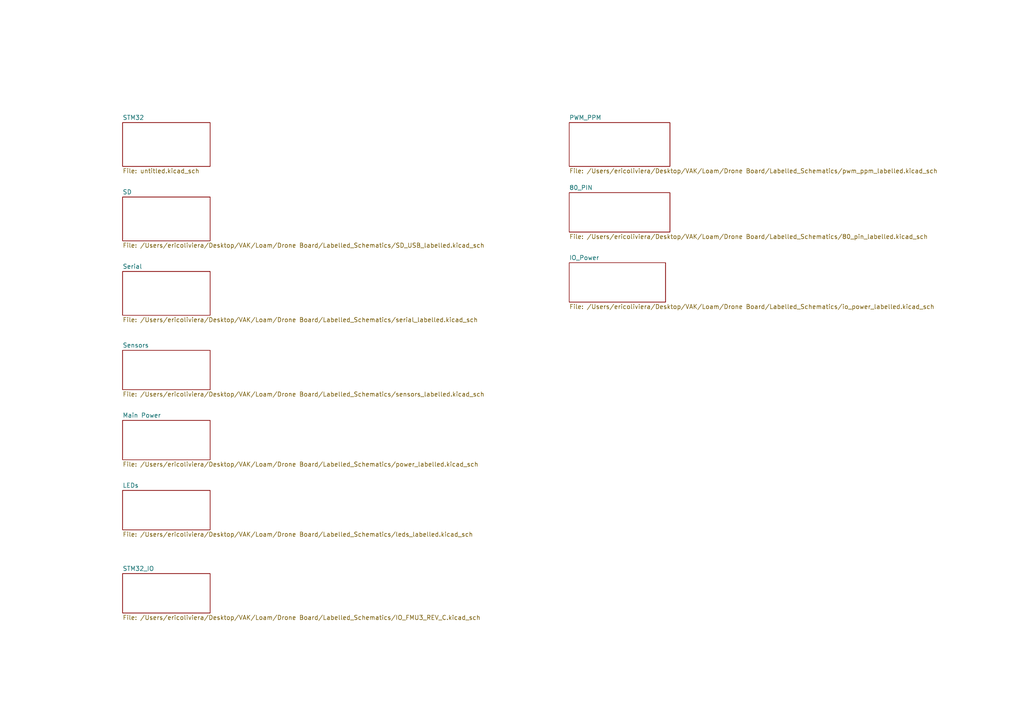
<source format=kicad_sch>
(kicad_sch
	(version 20250114)
	(generator "eeschema")
	(generator_version "9.0")
	(uuid "0560f2c5-3630-4def-8cec-cc4e8cbf7b9e")
	(paper "A4")
	(lib_symbols)
	(sheet
		(at 35.56 35.56)
		(size 25.4 12.7)
		(exclude_from_sim no)
		(in_bom yes)
		(on_board yes)
		(dnp no)
		(fields_autoplaced yes)
		(stroke
			(width 0.1524)
			(type solid)
		)
		(fill
			(color 0 0 0 0.0000)
		)
		(uuid "02d9e899-a94f-4c6c-a78f-147d692afed1")
		(property "Sheetname" "STM32"
			(at 35.56 34.8484 0)
			(effects
				(font
					(size 1.27 1.27)
				)
				(justify left bottom)
			)
		)
		(property "Sheetfile" "untitled.kicad_sch"
			(at 35.56 48.8446 0)
			(effects
				(font
					(size 1.27 1.27)
				)
				(justify left top)
			)
		)
		(instances
			(project "drone_1"
				(path "/0560f2c5-3630-4def-8cec-cc4e8cbf7b9e"
					(page "2")
				)
			)
		)
	)
	(sheet
		(at 165.1 35.56)
		(size 29.21 12.7)
		(exclude_from_sim no)
		(in_bom yes)
		(on_board yes)
		(dnp no)
		(fields_autoplaced yes)
		(stroke
			(width 0.1524)
			(type solid)
		)
		(fill
			(color 0 0 0 0.0000)
		)
		(uuid "06272b5e-a47b-49c1-a894-dddfc285a124")
		(property "Sheetname" "PWM_PPM"
			(at 165.1 34.8484 0)
			(effects
				(font
					(size 1.27 1.27)
				)
				(justify left bottom)
			)
		)
		(property "Sheetfile" "/Users/ericoliviera/Desktop/VAK/Loam/Drone Board/Labelled_Schematics/pwm_ppm_labelled.kicad_sch"
			(at 165.1 48.8446 0)
			(effects
				(font
					(size 1.27 1.27)
				)
				(justify left top)
			)
		)
		(instances
			(project "drone_1"
				(path "/0560f2c5-3630-4def-8cec-cc4e8cbf7b9e"
					(page "9")
				)
			)
		)
	)
	(sheet
		(at 35.56 121.92)
		(size 25.4 11.43)
		(exclude_from_sim no)
		(in_bom yes)
		(on_board yes)
		(dnp no)
		(fields_autoplaced yes)
		(stroke
			(width 0.1524)
			(type solid)
		)
		(fill
			(color 0 0 0 0.0000)
		)
		(uuid "0fec55c5-b80f-4acb-9535-97621e647a45")
		(property "Sheetname" "Main Power"
			(at 35.56 121.2084 0)
			(effects
				(font
					(size 1.27 1.27)
				)
				(justify left bottom)
			)
		)
		(property "Sheetfile" "/Users/ericoliviera/Desktop/VAK/Loam/Drone Board/Labelled_Schematics/power_labelled.kicad_sch"
			(at 35.56 133.9346 0)
			(effects
				(font
					(size 1.27 1.27)
				)
				(justify left top)
			)
		)
		(instances
			(project "drone_1"
				(path "/0560f2c5-3630-4def-8cec-cc4e8cbf7b9e"
					(page "6")
				)
			)
		)
	)
	(sheet
		(at 35.56 142.24)
		(size 25.4 11.43)
		(exclude_from_sim no)
		(in_bom yes)
		(on_board yes)
		(dnp no)
		(fields_autoplaced yes)
		(stroke
			(width 0.1524)
			(type solid)
		)
		(fill
			(color 0 0 0 0.0000)
		)
		(uuid "1657650c-ed28-4fda-8ece-5b314619ab94")
		(property "Sheetname" "LEDs"
			(at 35.56 141.5284 0)
			(effects
				(font
					(size 1.27 1.27)
				)
				(justify left bottom)
			)
		)
		(property "Sheetfile" "/Users/ericoliviera/Desktop/VAK/Loam/Drone Board/Labelled_Schematics/leds_labelled.kicad_sch"
			(at 35.56 154.2546 0)
			(effects
				(font
					(size 1.27 1.27)
				)
				(justify left top)
			)
		)
		(instances
			(project "drone_1"
				(path "/0560f2c5-3630-4def-8cec-cc4e8cbf7b9e"
					(page "7")
				)
			)
		)
	)
	(sheet
		(at 35.56 101.6)
		(size 25.4 11.43)
		(exclude_from_sim no)
		(in_bom yes)
		(on_board yes)
		(dnp no)
		(fields_autoplaced yes)
		(stroke
			(width 0.1524)
			(type solid)
		)
		(fill
			(color 0 0 0 0.0000)
		)
		(uuid "1957dbc3-57e8-4b18-be9b-cb231c25d2f4")
		(property "Sheetname" "Sensors"
			(at 35.56 100.8884 0)
			(effects
				(font
					(size 1.27 1.27)
				)
				(justify left bottom)
			)
		)
		(property "Sheetfile" "/Users/ericoliviera/Desktop/VAK/Loam/Drone Board/Labelled_Schematics/sensors_labelled.kicad_sch"
			(at 35.56 113.6146 0)
			(effects
				(font
					(size 1.27 1.27)
				)
				(justify left top)
			)
		)
		(instances
			(project "drone_1"
				(path "/0560f2c5-3630-4def-8cec-cc4e8cbf7b9e"
					(page "5")
				)
			)
		)
	)
	(sheet
		(at 35.56 57.15)
		(size 25.4 12.7)
		(exclude_from_sim no)
		(in_bom yes)
		(on_board yes)
		(dnp no)
		(fields_autoplaced yes)
		(stroke
			(width 0.1524)
			(type solid)
		)
		(fill
			(color 0 0 0 0.0000)
		)
		(uuid "32c83f4b-57a5-462e-90e6-8e3a523f60f3")
		(property "Sheetname" "SD"
			(at 35.56 56.4384 0)
			(effects
				(font
					(size 1.27 1.27)
				)
				(justify left bottom)
			)
		)
		(property "Sheetfile" "/Users/ericoliviera/Desktop/VAK/Loam/Drone Board/Labelled_Schematics/SD_USB_labelled.kicad_sch"
			(at 35.56 70.4346 0)
			(effects
				(font
					(size 1.27 1.27)
				)
				(justify left top)
			)
		)
		(property "`" ""
			(at 35.56 57.15 0)
			(effects
				(font
					(size 1.27 1.27)
				)
			)
		)
		(instances
			(project "drone_1"
				(path "/0560f2c5-3630-4def-8cec-cc4e8cbf7b9e"
					(page "3")
				)
			)
		)
	)
	(sheet
		(at 35.56 166.37)
		(size 25.4 11.43)
		(exclude_from_sim no)
		(in_bom yes)
		(on_board yes)
		(dnp no)
		(fields_autoplaced yes)
		(stroke
			(width 0.1524)
			(type solid)
		)
		(fill
			(color 0 0 0 0.0000)
		)
		(uuid "4bdbcbb5-7ae8-453d-b862-6b49905da3a0")
		(property "Sheetname" "STM32_IO"
			(at 35.56 165.6584 0)
			(effects
				(font
					(size 1.27 1.27)
				)
				(justify left bottom)
			)
		)
		(property "Sheetfile" "/Users/ericoliviera/Desktop/VAK/Loam/Drone Board/Labelled_Schematics/IO_FMU3_REV_C.kicad_sch"
			(at 35.56 178.3846 0)
			(effects
				(font
					(size 1.27 1.27)
				)
				(justify left top)
			)
		)
		(instances
			(project "drone_1"
				(path "/0560f2c5-3630-4def-8cec-cc4e8cbf7b9e"
					(page "8")
				)
			)
		)
	)
	(sheet
		(at 35.56 78.74)
		(size 25.4 12.7)
		(exclude_from_sim no)
		(in_bom yes)
		(on_board yes)
		(dnp no)
		(fields_autoplaced yes)
		(stroke
			(width 0.1524)
			(type solid)
		)
		(fill
			(color 0 0 0 0.0000)
		)
		(uuid "81430f79-d58c-4971-a602-f0695f82c002")
		(property "Sheetname" "Serial"
			(at 35.56 78.0284 0)
			(effects
				(font
					(size 1.27 1.27)
				)
				(justify left bottom)
			)
		)
		(property "Sheetfile" "/Users/ericoliviera/Desktop/VAK/Loam/Drone Board/Labelled_Schematics/serial_labelled.kicad_sch"
			(at 35.56 92.0246 0)
			(effects
				(font
					(size 1.27 1.27)
				)
				(justify left top)
			)
		)
		(instances
			(project "drone_1"
				(path "/0560f2c5-3630-4def-8cec-cc4e8cbf7b9e"
					(page "4")
				)
			)
		)
	)
	(sheet
		(at 165.1 76.2)
		(size 27.94 11.43)
		(exclude_from_sim no)
		(in_bom yes)
		(on_board yes)
		(dnp no)
		(fields_autoplaced yes)
		(stroke
			(width 0.1524)
			(type solid)
		)
		(fill
			(color 0 0 0 0.0000)
		)
		(uuid "ac07a111-c9aa-4164-8952-34389540d98a")
		(property "Sheetname" "IO_Power"
			(at 165.1 75.4884 0)
			(effects
				(font
					(size 1.27 1.27)
				)
				(justify left bottom)
			)
		)
		(property "Sheetfile" "/Users/ericoliviera/Desktop/VAK/Loam/Drone Board/Labelled_Schematics/io_power_labelled.kicad_sch"
			(at 165.1 88.2146 0)
			(effects
				(font
					(size 1.27 1.27)
				)
				(justify left top)
			)
		)
		(instances
			(project "drone_1"
				(path "/0560f2c5-3630-4def-8cec-cc4e8cbf7b9e"
					(page "11")
				)
			)
		)
	)
	(sheet
		(at 165.1 55.88)
		(size 29.21 11.43)
		(exclude_from_sim no)
		(in_bom yes)
		(on_board yes)
		(dnp no)
		(fields_autoplaced yes)
		(stroke
			(width 0.1524)
			(type solid)
		)
		(fill
			(color 0 0 0 0.0000)
		)
		(uuid "e3d434f3-be79-4e2f-8112-4fca0615870f")
		(property "Sheetname" "80_PIN"
			(at 165.1 55.1684 0)
			(effects
				(font
					(size 1.27 1.27)
				)
				(justify left bottom)
			)
		)
		(property "Sheetfile" "/Users/ericoliviera/Desktop/VAK/Loam/Drone Board/Labelled_Schematics/80_pin_labelled.kicad_sch"
			(at 165.1 67.8946 0)
			(effects
				(font
					(size 1.27 1.27)
				)
				(justify left top)
			)
		)
		(instances
			(project "drone_1"
				(path "/0560f2c5-3630-4def-8cec-cc4e8cbf7b9e"
					(page "10")
				)
			)
		)
	)
	(sheet_instances
		(path "/"
			(page "1")
		)
	)
	(embedded_fonts no)
)

</source>
